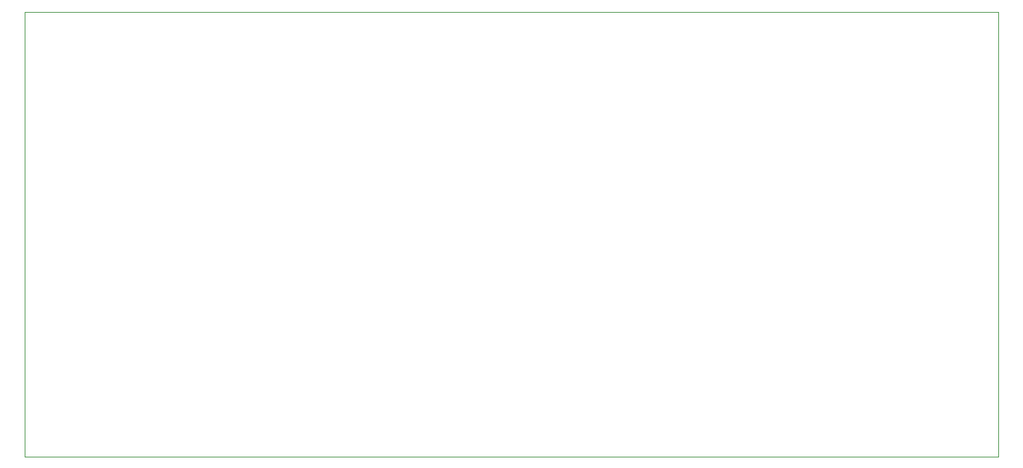
<source format=gbr>
G04 (created by PCBNEW (2013-may-18)-stable) date Thu 14 Nov 2013 05:27:43 PM CST*
%MOIN*%
G04 Gerber Fmt 3.4, Leading zero omitted, Abs format*
%FSLAX34Y34*%
G01*
G70*
G90*
G04 APERTURE LIST*
%ADD10C,0.00590551*%
%ADD11C,0.00393701*%
G04 APERTURE END LIST*
G54D10*
G54D11*
X65000Y-59000D02*
X65000Y-38000D01*
X111000Y-59000D02*
X65000Y-59000D01*
X111000Y-38000D02*
X111000Y-59000D01*
X65000Y-38000D02*
X111000Y-38000D01*
M02*

</source>
